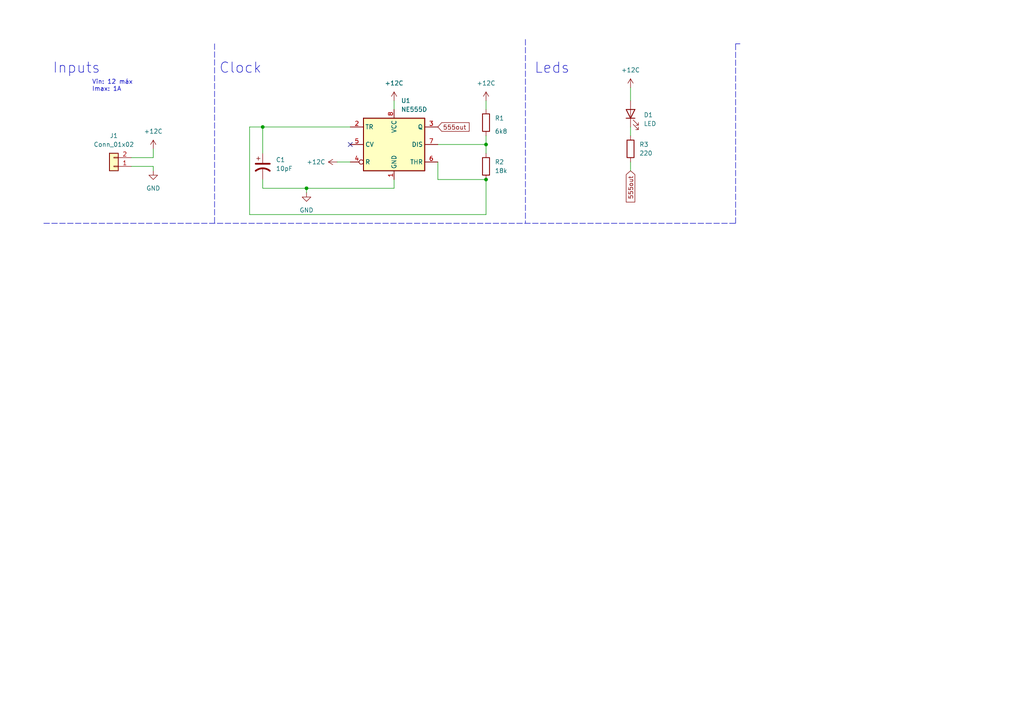
<source format=kicad_sch>
(kicad_sch (version 20211123) (generator eeschema)
  (paper "A4")
  (lib_symbols
    (symbol "Connector_Generic:Conn_01x02" (pin_names (offset 1.016) hide)
      (property "Reference" "J" (at 0 2.54 0))
      (property "Value" "Conn_01x02" (at 0 -5.08 0))
      (symbol "Conn_01x02_1_1"
        (rectangle (start -1.27 -2.413) (end 0 -2.667) (stroke (width 0.1524)))
        (rectangle (start -1.27 0.127) (end 0 -0.127) (stroke (width 0.1524)))
        (rectangle (start -1.27 1.27) (end 1.27 -3.81) (stroke (width 0.254)) (fill (type background)))
        (pin passive line (at -5.08 0 0) (length 3.81) (name "Pin_1") (number "1"))
        (pin passive line (at -5.08 -2.54 0) (length 3.81) (name "Pin_2") (number "2"))
      )
    )
    (symbol "Device:C_Polarized_US" (pin_numbers hide) (pin_names (offset 0.254) hide)
      (property "Reference" "C" (at 0.635 2.54 0))
      (property "Value" "C_Polarized_US" (at 0.635 -2.54 0))
      (symbol "C_Polarized_US_0_1"
        (polyline (pts (xy -2.032 0.762) (xy 2.032 0.762)) (stroke (width 0.508)))
        (polyline (pts (xy -1.778 2.286) (xy -0.762 2.286)))
        (polyline (pts (xy -1.27 1.778) (xy -1.27 2.794)))
        (arc (start 2.032 -1.27) (mid 0 -0.5572) (end -2.032 -1.27) (stroke (width 0.508)))
      )
      (symbol "C_Polarized_US_1_1"
        (pin passive line (at 0 3.81 270) (length 2.794) (name "~") (number "1"))
        (pin passive line (at 0 -3.81 90) (length 3.302) (name "~") (number "2"))
      )
    )
    (symbol "Device:LED" (pin_numbers hide) (pin_names (offset 1.016) hide)
      (property "Reference" "D" (at 0 2.54 0))
      (property "Value" "LED" (at 0 -2.54 0))
      (symbol "LED_0_1"
        (polyline (pts (xy -1.27 -1.27) (xy -1.27 1.27)) (stroke (width 0.254)))
        (polyline (pts (xy -1.27 0) (xy 1.27 0)))
        (polyline (pts (xy 1.27 -1.27) (xy 1.27 1.27) (xy -1.27 0) (xy 1.27 -1.27)) (stroke (width 0.254)))
        (polyline (pts (xy -3.048 -0.762) (xy -4.572 -2.286) (xy -3.81 -2.286) (xy -4.572 -2.286) (xy -4.572 -1.524)))
        (polyline (pts (xy -1.778 -0.762) (xy -3.302 -2.286) (xy -2.54 -2.286) (xy -3.302 -2.286) (xy -3.302 -1.524)))
      )
      (symbol "LED_1_1"
        (pin passive line (at -3.81 0 0) (length 2.54) (name "K") (number "1"))
        (pin passive line (at 3.81 0 180) (length 2.54) (name "A") (number "2"))
      )
    )
    (symbol "Device:R" (pin_numbers hide) (pin_names (offset 0))
      (property "Reference" "R" (at 2.032 0 90))
      (property "Value" "R" (at 0 0 90))
      (symbol "R_0_1"
        (rectangle (start -1.016 -2.54) (end 1.016 2.54) (stroke (width 0.254)))
      )
      (symbol "R_1_1"
        (pin passive line (at 0 3.81 270) (length 1.27) (name "~") (number "1"))
        (pin passive line (at 0 -3.81 90) (length 1.27) (name "~") (number "2"))
      )
    )
    (symbol "Timer:NE555D"
      (property "Reference" "U" (at -10.16 8.89 0))
      (property "Value" "NE555D" (at 2.54 8.89 0))
      (symbol "NE555D_0_0"
        (pin power_in line (at 0 -10.16 90) (length 2.54) (name "GND") (number "1"))
        (pin power_in line (at 0 10.16 270) (length 2.54) (name "VCC") (number "8"))
      )
      (symbol "NE555D_0_1"
        (rectangle (start -8.89 -7.62) (end 8.89 7.62) (stroke (width 0.254)) (fill (type background)))
        (rectangle (start -8.89 -7.62) (end 8.89 7.62) (stroke (width 0.254)) (fill (type background)))
      )
      (symbol "NE555D_1_1"
        (pin input line (at -12.7 5.08 0) (length 3.81) (name "TR") (number "2"))
        (pin output line (at 12.7 5.08 180) (length 3.81) (name "Q") (number "3"))
        (pin input inverted (at -12.7 -5.08 0) (length 3.81) (name "R") (number "4"))
        (pin input line (at -12.7 0 0) (length 3.81) (name "CV") (number "5"))
        (pin input line (at 12.7 -5.08 180) (length 3.81) (name "THR") (number "6"))
        (pin input line (at 12.7 0 180) (length 3.81) (name "DIS") (number "7"))
      )
    )
    (symbol "power:+12C" (power) (pin_names (offset 0))
      (property "Value" "+12C" (at 0 3.81 0))
      (symbol "+12C_0_1"
        (polyline (pts (xy -0.762 1.27) (xy 0 2.54)))
        (polyline (pts (xy 0 0) (xy 0 2.54)))
        (polyline (pts (xy 0 2.54) (xy 0.762 1.27)))
      )
      (symbol "+12C_1_1"
        (pin power_in line (at 0 0 90) (length 0) hide (name "+12C") (number "1"))
      )
    )
    (symbol "power:GND" (power) (pin_names (offset 0))
      (property "Value" "GND" (at 0 -3.81 0))
      (symbol "GND_0_1"
        (polyline (pts (xy 0 0) (xy 0 -1.27) (xy 1.27 -1.27) (xy 0 -2.54) (xy -1.27 -1.27) (xy 0 -1.27)))
      )
      (symbol "GND_1_1"
        (pin power_in line (at 0 0 270) (length 0) hide (name "GND") (number "1"))
      )
    )
  )
  (junction (at 88.9 54.61))
  (junction (at 140.97 41.91))
  (junction (at 76.2 36.83))
  (junction (at 140.97 52.07))
  (no_connect (at 101.6 41.91))
  (polyline (pts (xy 152.4 11.43) (xy 152.4 64.77)))
  (wire (pts (xy 140.97 41.91) (xy 140.97 44.45)))
  (wire (pts (xy 88.9 54.61) (xy 114.3 54.61)))
  (wire (pts (xy 97.79 46.99) (xy 101.6 46.99)))
  (wire (pts (xy 182.88 36.83) (xy 182.88 39.37)))
  (wire (pts (xy 76.2 36.83) (xy 72.39 36.83)))
  (wire (pts (xy 76.2 52.07) (xy 76.2 54.61)))
  (wire (pts (xy 140.97 29.21) (xy 140.97 31.75)))
  (polyline (pts (xy 12.7 64.77) (xy 213.36 64.77)))
  (wire (pts (xy 127 41.91) (xy 140.97 41.91)))
  (wire (pts (xy 140.97 39.37) (xy 140.97 41.91)))
  (polyline (pts (xy 213.36 64.77) (xy 213.36 12.7)))
  (wire (pts (xy 72.39 62.23) (xy 140.97 62.23)))
  (wire (pts (xy 114.3 29.21) (xy 114.3 31.75)))
  (wire (pts (xy 182.88 25.4) (xy 182.88 29.21)))
  (polyline (pts (xy 213.36 12.7) (xy 214.63 12.7)))
  (wire (pts (xy 44.45 48.26) (xy 44.45 49.53)))
  (wire (pts (xy 38.1 48.26) (xy 44.45 48.26)))
  (wire (pts (xy 72.39 36.83) (xy 72.39 62.23)))
  (wire (pts (xy 140.97 62.23) (xy 140.97 52.07)))
  (polyline (pts (xy 62.23 12.7) (xy 62.23 64.77)))
  (wire (pts (xy 76.2 36.83) (xy 101.6 36.83)))
  (wire (pts (xy 88.9 54.61) (xy 88.9 55.88)))
  (wire (pts (xy 127 52.07) (xy 140.97 52.07)))
  (wire (pts (xy 127 46.99) (xy 127 52.07)))
  (wire (pts (xy 182.88 46.99) (xy 182.88 49.53)))
  (wire (pts (xy 76.2 54.61) (xy 88.9 54.61)))
  (wire (pts (xy 38.1 45.72) (xy 44.45 45.72)))
  (wire (pts (xy 114.3 54.61) (xy 114.3 52.07)))
  (wire (pts (xy 44.45 45.72) (xy 44.45 43.18)))
  (wire (pts (xy 76.2 44.45) (xy 76.2 36.83)))
  (text "Clock" (at 63.5 21.59 0) (effects (font (size 3 3)) (justify left bottom)))
  (text "Vin: 12 máx\nImax: 1A" (at 26.67 26.67 0) (effects (font (size 1.27 1.27)) (justify left bottom)))
  (text "Inputs" (at 15.24 21.59 0) (effects (font (size 3 3)) (justify left bottom)))
  (text "Leds" (at 154.94 21.59 0) (effects (font (size 3 3)) (justify left bottom)))
  (global_label "555out" (shape input) (at 127 36.83 0) (property "Intersheet References" "${INTERSHEET_REFS}" (effects hide)))
  (global_label "555out" (shape input) (at 182.88 49.53 270) (property "Intersheet References" "${INTERSHEET_REFS}" (effects hide)))
  (symbol (lib_id "power:+12C") (at 182.88 25.4 0) (unit 1)
    (property "Reference" "#PWR0101" (effects hide))
    (property "Value" "+12C" (at 182.88 20.32 0))
  )
  (symbol (lib_id "Connector_Generic:Conn_01x02") (at 33.02 48.26 180) (unit 1)
    (property "Reference" "J1" (at 33.02 39.37 0))
    (property "Value" "Conn_01x02" (at 33.02 41.91 0))
    (property "Footprint" "TerminalBlock:TerminalBlock_bornier-2_P5.08mm" (effects hide))
  )
  (symbol (lib_id "Device:R") (at 182.88 43.18 0) (unit 1)
    (property "Reference" "R3" (at 185.42 41.9099 0) (effects (justify left)))
    (property "Value" "220" (at 185.42 44.4499 0) (effects (justify left)))
    (property "Footprint" "Resistor_SMD:R_1206_3216Metric" (effects hide))
  )
  (symbol (lib_id "Device:LED") (at 182.88 33.02 90) (unit 1)
    (property "Reference" "D1" (at 186.69 33.3374 90) (effects (justify right)))
    (property "Value" "LED" (at 186.69 35.8774 90) (effects (justify right)))
    (property "Footprint" "LED_THT:LED_D5.0mm_FlatTop" (effects hide))
  )
  (symbol (lib_id "Device:R") (at 140.97 48.26 0) (unit 1)
    (property "Reference" "R2" (at 143.51 46.9899 0) (effects (justify left)))
    (property "Value" "18k" (at 143.51 49.5299 0) (effects (justify left)))
    (property "Footprint" "Resistor_SMD:R_1206_3216Metric" (effects hide))
  )
  (symbol (lib_id "power:+12C") (at 44.45 43.18 0) (unit 1)
    (property "Reference" "#PWR0106" (effects hide))
    (property "Value" "+12C" (at 44.45 38.1 0))
  )
  (symbol (lib_id "Device:R") (at 140.97 35.56 0) (unit 1)
    (property "Reference" "R1" (at 143.51 34.2899 0) (effects (justify left)))
    (property "Value" "6k8" (at 143.51 38.0999 0) (effects (justify left)))
    (property "Footprint" "Resistor_SMD:R_1206_3216Metric" (effects hide))
  )
  (symbol (lib_id "power:+12C") (at 97.79 46.99 90) (unit 1)
    (property "Reference" "#PWR0107" (effects hide))
    (property "Value" "+12C" (at 88.9 46.99 90) (effects (justify right)))
  )
  (symbol (lib_id "power:GND") (at 44.45 49.53 0) (unit 1)
    (property "Reference" "#PWR0105" (effects hide))
    (property "Value" "GND" (at 44.45 54.61 0))
  )
  (symbol (lib_id "power:GND") (at 88.9 55.88 0) (unit 1)
    (property "Reference" "#PWR0103" (effects hide))
    (property "Value" "GND" (at 88.9 60.96 0))
  )
  (symbol (lib_id "Device:C_Polarized_US") (at 76.2 48.26 0) (unit 1)
    (property "Reference" "C1" (at 80.01 46.3549 0) (effects (justify left)))
    (property "Value" "10pF" (at 80.01 48.8949 0) (effects (justify left)))
    (property "Footprint" "Capacitor_THT:CP_Radial_D10.0mm_P3.80mm" (effects hide))
  )
  (symbol (lib_id "power:+12C") (at 114.3 29.21 0) (unit 1)
    (property "Reference" "#PWR0104" (effects hide))
    (property "Value" "+12C" (at 114.3 24.13 0))
  )
  (symbol (lib_id "power:+12C") (at 140.97 29.21 0) (unit 1)
    (property "Reference" "#PWR0102" (effects hide))
    (property "Value" "+12C" (at 140.97 24.13 0))
  )
  (symbol (lib_id "Timer:NE555D") (at 114.3 41.91 0) (unit 1)
    (property "Reference" "U1" (at 116.3194 29.21 0) (effects (justify left)))
    (property "Value" "NE555D" (at 116.3194 31.75 0) (effects (justify left)))
    (property "Footprint" "Package_SO:SOIC-8_3.9x4.9mm_P1.27mm" (effects hide))
    (property "Datasheet" "http://www.ti.com/lit/ds/symlink/ne555.pdf" (effects hide))
  )
)
</source>
